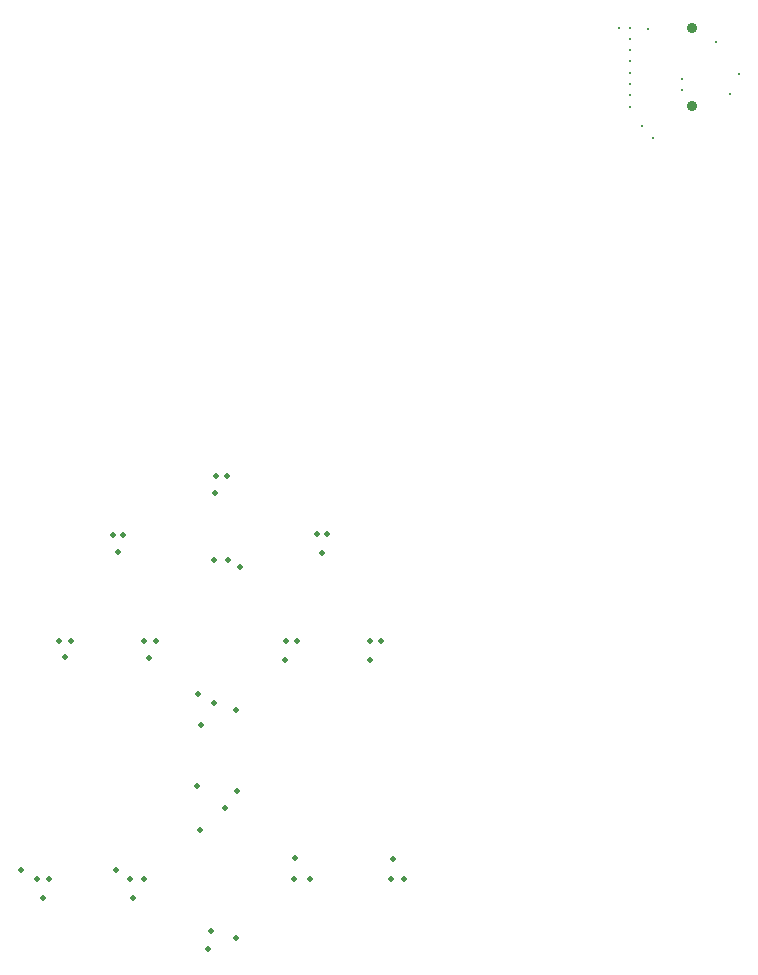
<source format=gbr>
%TF.GenerationSoftware,Altium Limited,Altium Designer,21.6.4 (81)*%
G04 Layer_Color=16711935*
%FSLAX26Y26*%
%MOIN*%
%TF.SameCoordinates,9211681A-A755-4052-9ADE-E47D4287157B*%
%TF.FilePolarity,Negative*%
%TF.FileFunction,Soldermask,Bot*%
%TF.Part,Single*%
G01*
G75*
%TA.AperFunction,ComponentPad*%
%ADD29C,0.035559*%
%TA.AperFunction,ViaPad*%
%ADD30C,0.019685*%
%ADD31C,0.011811*%
D29*
X1588593Y2918661D02*
D03*
Y3178504D02*
D03*
D30*
X-59055Y957874D02*
D03*
X-5906Y928346D02*
D03*
X-62992Y650787D02*
D03*
X-52877Y505118D02*
D03*
X-49930Y855540D02*
D03*
X-276575Y277362D02*
D03*
X-575984D02*
D03*
X-501969Y1081890D02*
D03*
X-222441Y1079527D02*
D03*
X-27559Y109449D02*
D03*
X-326772Y1432283D02*
D03*
X78885Y1381314D02*
D03*
X-1968Y1627165D02*
D03*
X230370Y1071083D02*
D03*
X262598Y412736D02*
D03*
X514961Y1073282D02*
D03*
X590551Y409114D02*
D03*
X353543Y1429527D02*
D03*
X-15564Y170472D02*
D03*
X67520Y144095D02*
D03*
X29711Y577953D02*
D03*
X261592Y341732D02*
D03*
X-285433D02*
D03*
X-5650Y1406693D02*
D03*
X-522441Y1137008D02*
D03*
X-484252D02*
D03*
X-240157D02*
D03*
X-200787D02*
D03*
X70380Y634916D02*
D03*
X335827Y1490551D02*
D03*
X39370Y1406693D02*
D03*
X625984Y341732D02*
D03*
X583661Y341732D02*
D03*
X312992Y341732D02*
D03*
X-240157D02*
D03*
X-334646Y371260D02*
D03*
X-555817Y341732D02*
D03*
X-596457D02*
D03*
X-649606Y371260D02*
D03*
X68110Y904724D02*
D03*
X271654Y1137008D02*
D03*
X232284D02*
D03*
X513779Y1137008D02*
D03*
X549213Y1137008D02*
D03*
X371260Y1490551D02*
D03*
X-309055Y1487402D02*
D03*
X-344488Y1487401D02*
D03*
X1968Y1684252D02*
D03*
X37402D02*
D03*
D31*
X1458543Y2812362D02*
D03*
X1419173Y2851732D02*
D03*
X1379803Y2916693D02*
D03*
Y2954095D02*
D03*
X1713012Y2959803D02*
D03*
X1553032Y2971811D02*
D03*
X1379803Y2991496D02*
D03*
X1553032Y3007244D02*
D03*
X1743012Y3025213D02*
D03*
X1379803Y3028898D02*
D03*
Y3068268D02*
D03*
Y3105669D02*
D03*
X1667992Y3132697D02*
D03*
X1379803Y3143071D02*
D03*
X1440827Y3176535D02*
D03*
X1379803Y3180472D02*
D03*
X1342402D02*
D03*
%TF.MD5,5d04678f40e3bd650bd4abe29fba0a72*%
M02*

</source>
